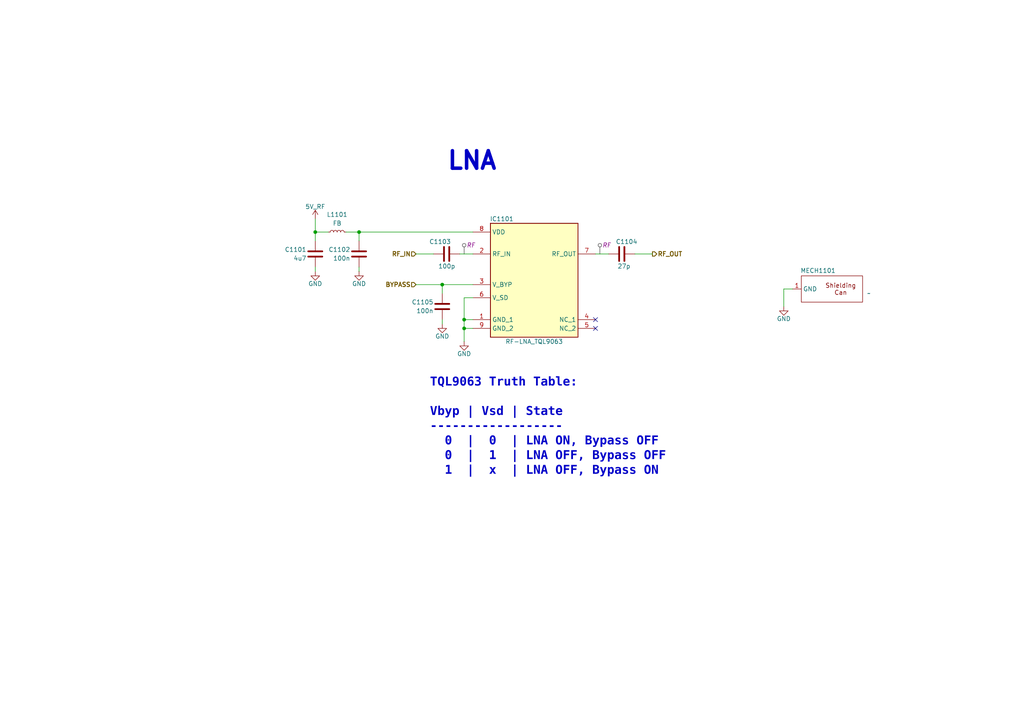
<source format=kicad_sch>
(kicad_sch (version 20231120) (generator "eeschema") (generator_version "8.0")
  (paper "A4")
  (title_block (title "RFE") (date "2024-06-01") (rev "A1") (company "LibreCellular Project - https://librecellular.org/") (comment 1 "Drawn: OK") (comment 2 "Checked: x"))
  (lib_symbols
    (symbol "Device:C" (pin_numbers hide) (pin_names (offset 0.254))
      (property "Reference" "C" (at 0.635 2.54 0))
      (property "Value" "C" (at 0.635 -2.54 0))
      (symbol "C_0_1"
        (polyline (pts (xy -2.032 -0.762) (xy 2.032 -0.762)) (stroke (width 0.508)))
        (polyline (pts (xy -2.032 0.762) (xy 2.032 0.762)) (stroke (width 0.508)))
      )
      (symbol "C_1_1"
        (pin passive line (at 0 3.81 270) (length 2.794) (name "~") (number "1"))
        (pin passive line (at 0 -3.81 90) (length 2.794) (name "~") (number "2"))
      )
    )
    (symbol "Device:L_Small" (pin_numbers hide) (pin_names (offset 0.254) hide)
      (property "Reference" "L" (at 0.762 1.016 0))
      (property "Value" "L_Small" (at 0.762 -1.016 0))
      (symbol "L_Small_0_1"
        (arc (start 0 -2.032) (mid 0.5058 -1.524) (end 0 -1.016))
        (arc (start 0 -1.016) (mid 0.5058 -0.508) (end 0 0))
        (arc (start 0 0) (mid 0.5058 0.508) (end 0 1.016))
        (arc (start 0 1.016) (mid 0.5058 1.524) (end 0 2.032))
      )
      (symbol "L_Small_1_1"
        (pin passive line (at 0 2.54 270) (length 0.508) (name "~") (number "1"))
        (pin passive line (at 0 -2.54 90) (length 0.508) (name "~") (number "2"))
      )
    )
    (symbol "LC_RFE:Harwin_S03-15100300R+S0941-46R"
      (property "Reference" "MECH" (at -6.35 5.08 0))
      (symbol "Harwin_S03-15100300R+S0941-46R_1_1"
        (rectangle (start -8.89 3.81) (end 8.89 -3.81))
        (text "Shielding\nCan" (at 2.54 0 0) (effects (font (size 1.27 1.27))))
        (pin input line (at -11.43 0 0) (length 2.54) (name "GND") (number "1"))
      )
    )
    (symbol "LC_RFE:RF-LNA_TQL9063"
      (property "Reference" "IC" (at -12.954 17.272 0))
      (property "Value" "RF-LNA_TQL9063" (at 0 -18.542 0))
      (symbol "RF-LNA_TQL9063_1_1"
        (rectangle (start -12.7 15.24) (end 12.7 -17.78) (stroke (width 0.254)) (fill (type background)))
        (pin power_in line (at -17.78 -12.7 0) (length 5.08) (name "GND_1") (number "1"))
        (pin input line (at -17.78 6.35 0) (length 5.08) (name "RF_IN") (number "2"))
        (pin passive line (at -17.78 -2.54 0) (length 5.08) (name "V_BYP") (number "3"))
        (pin passive line (at 17.78 -12.7 180) (length 5.08) (name "NC_1") (number "4"))
        (pin passive line (at 17.78 -15.24 180) (length 5.08) (name "NC_2") (number "5"))
        (pin passive line (at -17.78 -6.35 0) (length 5.08) (name "V_SD") (number "6"))
        (pin output line (at 17.78 6.35 180) (length 5.08) (name "RF_OUT") (number "7"))
        (pin power_in line (at -17.78 12.7 0) (length 5.08) (name "VDD") (number "8"))
        (pin power_in line (at -17.78 -15.24 0) (length 5.08) (name "GND_2") (number "9"))
      )
    )
    (symbol "power:+3.3VA" (power) (pin_numbers hide) (pin_names (offset 0) hide)
      (property "Value" "+3.3VA" (at 0 3.556 0))
      (symbol "+3.3VA_0_1"
        (polyline (pts (xy -0.762 1.27) (xy 0 2.54)))
        (polyline (pts (xy 0 0) (xy 0 2.54)))
        (polyline (pts (xy 0 2.54) (xy 0.762 1.27)))
      )
      (symbol "+3.3VA_1_1"
        (pin power_in line (at 0 0 90) (length 0) (name "~") (number "1"))
      )
    )
    (symbol "power:GND" (power) (pin_numbers hide) (pin_names (offset 0) hide)
      (property "Value" "GND" (at 0 -3.81 0))
      (symbol "GND_0_1"
        (polyline (pts (xy 0 0) (xy 0 -1.27) (xy 1.27 -1.27) (xy 0 -2.54) (xy -1.27 -1.27) (xy 0 -1.27)))
      )
      (symbol "GND_1_1"
        (pin power_in line (at 0 0 270) (length 0) (name "~") (number "1"))
      )
    )
  )
  (junction (at 134.62 92.71))
  (junction (at 134.62 95.25))
  (junction (at 104.14 67.31))
  (junction (at 128.27 82.55))
  (junction (at 91.44 67.31))
  (no_connect (at 172.72 92.71))
  (no_connect (at 172.72 95.25))
  (wire (pts (xy 134.62 86.36) (xy 134.62 92.71)))
  (wire (pts (xy 137.16 86.36) (xy 134.62 86.36)))
  (wire (pts (xy 227.33 83.82) (xy 227.33 88.9)))
  (wire (pts (xy 137.16 92.71) (xy 134.62 92.71)))
  (wire (pts (xy 91.44 67.31) (xy 95.25 67.31)))
  (wire (pts (xy 104.14 67.31) (xy 104.14 69.85)))
  (wire (pts (xy 104.14 78.74) (xy 104.14 77.47)))
  (wire (pts (xy 133.35 73.66) (xy 137.16 73.66)))
  (wire (pts (xy 137.16 82.55) (xy 128.27 82.55)))
  (wire (pts (xy 128.27 82.55) (xy 128.27 85.09)))
  (wire (pts (xy 229.87 83.82) (xy 227.33 83.82)))
  (wire (pts (xy 134.62 95.25) (xy 137.16 95.25)))
  (wire (pts (xy 134.62 92.71) (xy 134.62 95.25)))
  (wire (pts (xy 120.65 82.55) (xy 128.27 82.55)))
  (wire (pts (xy 134.62 95.25) (xy 134.62 99.06)))
  (wire (pts (xy 176.53 73.66) (xy 172.72 73.66)))
  (wire (pts (xy 128.27 93.98) (xy 128.27 92.71)))
  (wire (pts (xy 184.15 73.66) (xy 189.23 73.66)))
  (wire (pts (xy 91.44 63.5) (xy 91.44 67.31)))
  (wire (pts (xy 100.33 67.31) (xy 104.14 67.31)))
  (wire (pts (xy 120.65 73.66) (xy 125.73 73.66)))
  (wire (pts (xy 104.14 67.31) (xy 137.16 67.31)))
  (wire (pts (xy 91.44 67.31) (xy 91.44 69.85)))
  (wire (pts (xy 91.44 78.74) (xy 91.44 77.47)))
  (text "LNA" (at 136.906 46.736 0) (effects (font (size 5.08 5.08) (thickness 1.016) (bold yes))))
  (text "TQL9063 Truth Table:\n\nVbyp | Vsd | State\n------------------\n  0  |  0  | LNA ON, Bypass OFF\n  0  |  1  | LNA OFF, Bypass OFF\n  1  |  x  | LNA OFF, Bypass ON\n" (at 124.714 124.46 0) (effects (font (size 2.54 2.54) (thickness 0.4064) (bold yes)) (justify left)))
  (hierarchical_label "BYPASS" (shape input) (at 120.65 82.55 180) (effects (font (bold yes))))
  (hierarchical_label "RF_IN" (shape input) (at 120.65 73.66 180) (effects (font (bold yes))))
  (hierarchical_label "RF_OUT" (shape output) (at 189.23 73.66 0) (effects (font (bold yes))))
  (netclass_flag "" (length 2.54) (shape round) (at 134.62 73.66 0) (property "Netclass" "RF" (at 135.3185 71.12 0) (effects (font (italic yes)) (justify left))))
  (netclass_flag "" (length 2.54) (shape round) (at 173.99 73.66 0) (property "Netclass" "RF" (at 174.6885 71.12 0) (effects (font (italic yes)) (justify left))))
  (symbol (lib_id "power:GND") (at 104.14 78.74 0) (unit 1)
    (property "Reference" "#PWR01103" (effects (hide yes)))
    (property "Value" "GND" (at 104.14 82.296 0))
    (property "Description" "Power symbol creates a global label with name \"GND\" , ground" (effects (hide yes)))
    (instances (project "LC_RFE-RevA1" (path "" (reference "#PWR01103") (unit 1)) (path "" (reference "#PWR01203") (unit 1))))
  )
  (symbol (lib_id "Device:C") (at 129.54 73.66 90) (mirror x) (unit 1)
    (property "Reference" "C1103" (at 130.81 70.104 90) (effects (justify left)))
    (property "Value" "100p" (at 132.08 77.216 90) (effects (justify left)))
    (property "Footprint" "Capacitor_SMD:C_0402_1005Metric" (effects (hide yes)))
    (property "Description" "Unpolarized capacitor" (effects (hide yes)))
    (property "JLCASSY" "C77177" (effects (hide yes)))
    (instances (project "LC_RFE-RevA1" (path "" (reference "C1103") (unit 1)) (path "" (reference "C1203") (unit 1))))
  )
  (symbol (lib_id "Device:C") (at 128.27 88.9 0) (mirror y) (unit 1)
    (property "Reference" "C1105" (at 125.73 87.63 0) (effects (justify left)))
    (property "Value" "100n" (at 125.73 90.17 0) (effects (justify left)))
    (property "Footprint" "Capacitor_SMD:C_0402_1005Metric" (effects (hide yes)))
    (property "Description" "Unpolarized capacitor" (effects (hide yes)))
    (property "JLCASSY" "C307331" (effects (hide yes)))
    (instances (project "LC_RFE-RevA1" (path "" (reference "C1105") (unit 1)) (path "" (reference "C1205") (unit 1))))
  )
  (symbol (lib_id "Device:C") (at 104.14 73.66 0) (mirror y) (unit 1)
    (property "Reference" "C1102" (at 101.6 72.39 0) (effects (justify left)))
    (property "Value" "100n" (at 101.6 74.93 0) (effects (justify left)))
    (property "Footprint" "Capacitor_SMD:C_0402_1005Metric" (effects (hide yes)))
    (property "Description" "Unpolarized capacitor" (effects (hide yes)))
    (property "JLCASSY" "C307331" (effects (hide yes)))
    (instances (project "LC_RFE-RevA1" (path "" (reference "C1102") (unit 1)) (path "" (reference "C1202") (unit 1))))
  )
  (symbol (lib_id "Device:L_Small") (at 97.79 67.31 90) (unit 1)
    (property "Reference" "L1101" (at 97.79 62.23 90))
    (property "Value" "FB" (at 97.79 64.77 90))
    (property "Footprint" "Inductor_SMD:L_0402_1005Metric" (effects (hide yes)))
    (property "Description" "Inductor, small symbol" (effects (hide yes)))
    (property "JLCASSY" "C491491" (effects (hide yes)))
    (instances (project "LC_RFE-RevA1" (path "" (reference "L1101") (unit 1)) (path "" (reference "L1201") (unit 1))))
  )
  (symbol (lib_id "power:+3.3VA") (at 91.44 63.5 0) (unit 1)
    (property "Reference" "#PWR01101" (effects (hide yes)))
    (property "Value" "5V_RF" (at 91.44 59.944 0))
    (property "Description" "Power symbol creates a global label with name \"+3.3VA\"" (effects (hide yes)))
    (instances (project "LC_RFE-RevA1" (path "" (reference "#PWR01101") (unit 1)) (path "" (reference "#PWR01201") (unit 1))))
  )
  (symbol (lib_id "power:GND") (at 128.27 93.98 0) (unit 1)
    (property "Reference" "#PWR01104" (effects (hide yes)))
    (property "Value" "GND" (at 128.27 97.536 0))
    (property "Description" "Power symbol creates a global label with name \"GND\" , ground" (effects (hide yes)))
    (instances (project "LC_RFE-RevA1" (path "" (reference "#PWR01104") (unit 1)) (path "" (reference "#PWR01204") (unit 1))))
  )
  (symbol (lib_id "Device:C") (at 180.34 73.66 90) (mirror x) (unit 1)
    (property "Reference" "C1104" (at 184.912 70.104 90) (effects (justify left)))
    (property "Value" "27p" (at 182.88 77.216 90) (effects (justify left)))
    (property "Footprint" "Capacitor_SMD:C_0402_1005Metric" (effects (hide yes)))
    (property "Description" "Unpolarized capacitor" (effects (hide yes)))
    (property "JLCASSY" "C1557" (effects (hide yes)))
    (instances (project "LC_RFE-RevA1" (path "" (reference "C1104") (unit 1)) (path "" (reference "C1204") (unit 1))))
  )
  (symbol (lib_id "power:GND") (at 134.62 99.06 0) (unit 1)
    (property "Reference" "#PWR01105" (effects (hide yes)))
    (property "Value" "GND" (at 134.62 102.616 0))
    (property "Description" "Power symbol creates a global label with name \"GND\" , ground" (effects (hide yes)))
    (instances (project "LC_RFE-RevA1" (path "" (reference "#PWR01105") (unit 1)) (path "" (reference "#PWR01205") (unit 1))))
  )
  (symbol (lib_id "LC_RFE:RF-LNA_TQL9063") (at 154.94 80.01 0) (unit 1)
    (property "Reference" "IC1101" (at 145.542 63.5 0))
    (property "Value" "RF-LNA_TQL9063" (at 154.94 99.06 0))
    (property "Footprint" "LC_RFE:SON50P200X200X90-9N" (effects (hide yes)))
    (property "Datasheet" "https://componentsearchengine.com/Datasheets/1/TQL9063.pdf" (effects (hide yes)))
    (property "Description" "RF Amplifier 1.5-4.0GHz NF .7dB Gain 19dB" (effects (hide yes)))
    (property "Height" "0.9" (effects (hide yes)))
    (property "Manufacturer_Name" "Qorvo" (effects (hide yes)))
    (property "Manufacturer_Part_Number" "TQL9063" (effects (hide yes)))
    (property "Mouser Part Number" "772-TQL9063" (effects (hide yes)))
    (property "Mouser Price/Stock" "https://www.mouser.co.uk/ProductDetail/Qorvo/TQL9063?qs=Ex32QJu5HxPbzHJTjft58A%3D%3D" (effects (hide yes)))
    (property "JLCASSY" "C5346221" (effects (hide yes)))
    (instances (project "LC_RFE-RevA1" (path "" (reference "IC1101") (unit 1)) (path "" (reference "IC1201") (unit 1))))
  )
  (symbol (lib_id "power:GND") (at 91.44 78.74 0) (unit 1)
    (property "Reference" "#PWR01102" (effects (hide yes)))
    (property "Value" "GND" (at 91.44 82.296 0))
    (property "Description" "Power symbol creates a global label with name \"GND\" , ground" (effects (hide yes)))
    (instances (project "LC_RFE-RevA1" (path "" (reference "#PWR01102") (unit 1)) (path "" (reference "#PWR01202") (unit 1))))
  )
  (symbol (lib_id "LC_RFE:Harwin_S03-15100300R+S0941-46R") (at 241.3 83.82 0) (unit 1)
    (property "Reference" "MECH1101" (at 232.156 78.486 0) (effects (justify left)))
    (property "Value" "~" (at 251.46 85.09 0) (effects (justify left)))
    (property "Footprint" "LC_RFE:Harwin_S03-15100300R+S0941-46R" (effects (hide yes)))
    (instances (project "LC_RFE-RevA1" (path "" (reference "MECH1101") (unit 1)) (path "" (reference "MECH1201") (unit 1))))
  )
  (symbol (lib_id "power:GND") (at 227.33 88.9 0) (unit 1)
    (property "Reference" "#PWR01106" (effects (hide yes)))
    (property "Value" "GND" (at 227.33 92.456 0))
    (property "Description" "Power symbol creates a global label with name \"GND\" , ground" (effects (hide yes)))
    (instances (project "LC_RFE-RevA1" (path "" (reference "#PWR01106") (unit 1)) (path "" (reference "#PWR01206") (unit 1))))
  )
  (symbol (lib_id "Device:C") (at 91.44 73.66 0) (mirror y) (unit 1)
    (property "Reference" "C1101" (at 88.9 72.39 0) (effects (justify left)))
    (property "Value" "4u7" (at 88.9 74.93 0) (effects (justify left)))
    (property "Footprint" "Capacitor_SMD:C_0402_1005Metric" (effects (hide yes)))
    (property "Description" "Unpolarized capacitor" (effects (hide yes)))
    (property "JLCASSY" "C23733" (effects (hide yes)))
    (instances (project "LC_RFE-RevA1" (path "" (reference "C1101") (unit 1)) (path "" (reference "C1201") (unit 1))))
  )
)
</source>
